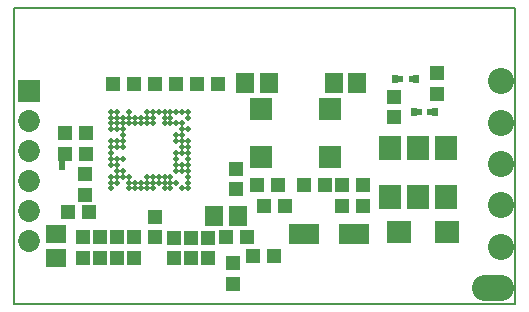
<source format=gts>
G75*
%MOIN*%
%OFA0B0*%
%FSLAX25Y25*%
%IPPOS*%
%LPD*%
%AMOC8*
5,1,8,0,0,1.08239X$1,22.5*
%
%ADD10C,0.00600*%
%ADD11R,0.01919X0.03748*%
%ADD12R,0.05236X0.03935*%
%ADD13C,0.01942*%
%ADD14R,0.04934X0.05052*%
%ADD15R,0.07099X0.05918*%
%ADD16R,0.05052X0.04934*%
%ADD17R,0.05918X0.07099*%
%ADD18R,0.07699X0.07206*%
%ADD19R,0.09973X0.06942*%
%ADD20R,0.02178X0.02178*%
%ADD21R,0.01476X0.01378*%
%ADD22R,0.01969X0.03150*%
%ADD23R,0.01378X0.01378*%
%ADD24R,0.07493X0.07887*%
%ADD25R,0.07887X0.07493*%
%ADD26C,0.08674*%
%ADD27C,0.07296*%
%ADD28R,0.07296X0.07296*%
D10*
X0004069Y0007764D02*
X0004069Y0106189D01*
X0171392Y0106189D01*
X0171392Y0007764D01*
X0004069Y0007764D01*
D11*
X0020151Y0053837D03*
D12*
X0163959Y0015379D03*
X0163959Y0010660D03*
D13*
X0062277Y0046173D03*
X0060308Y0046173D03*
X0058340Y0048141D03*
X0056371Y0048141D03*
X0054403Y0048141D03*
X0052434Y0048141D03*
X0050466Y0048141D03*
X0048497Y0048141D03*
X0046529Y0048141D03*
X0044560Y0048141D03*
X0042592Y0048141D03*
X0042592Y0046173D03*
X0044560Y0046173D03*
X0046529Y0046173D03*
X0048497Y0046173D03*
X0050466Y0046173D03*
X0054403Y0046173D03*
X0056371Y0046173D03*
X0062277Y0048141D03*
X0062277Y0050110D03*
X0062277Y0052078D03*
X0062277Y0054047D03*
X0060308Y0054047D03*
X0058340Y0054047D03*
X0058340Y0052078D03*
X0060308Y0052078D03*
X0056371Y0050110D03*
X0054403Y0050110D03*
X0052434Y0050110D03*
X0050466Y0050110D03*
X0048497Y0050110D03*
X0042592Y0050110D03*
X0040623Y0050110D03*
X0038655Y0050110D03*
X0036686Y0050110D03*
X0036686Y0048141D03*
X0038655Y0048141D03*
X0036686Y0046173D03*
X0038655Y0052078D03*
X0040623Y0052078D03*
X0038655Y0054047D03*
X0036686Y0054047D03*
X0036686Y0056015D03*
X0038655Y0056015D03*
X0040623Y0056015D03*
X0036686Y0057984D03*
X0036686Y0059952D03*
X0036686Y0061921D03*
X0038655Y0061921D03*
X0040623Y0061921D03*
X0040623Y0059952D03*
X0038655Y0059952D03*
X0040623Y0063889D03*
X0040623Y0065858D03*
X0038655Y0065858D03*
X0036686Y0065858D03*
X0036686Y0067826D03*
X0038655Y0067826D03*
X0040623Y0067826D03*
X0042592Y0067826D03*
X0044560Y0067826D03*
X0046529Y0067826D03*
X0048497Y0067826D03*
X0050466Y0067826D03*
X0054403Y0067826D03*
X0056371Y0067826D03*
X0058340Y0067826D03*
X0060308Y0067826D03*
X0060308Y0065858D03*
X0062277Y0065858D03*
X0060308Y0063889D03*
X0058340Y0063889D03*
X0058340Y0061921D03*
X0060308Y0061921D03*
X0062277Y0061921D03*
X0062277Y0059952D03*
X0060308Y0059952D03*
X0060308Y0057984D03*
X0058340Y0057984D03*
X0058340Y0056015D03*
X0062277Y0056015D03*
X0062277Y0057984D03*
X0062277Y0069795D03*
X0062277Y0071763D03*
X0060308Y0071763D03*
X0058340Y0071763D03*
X0056371Y0071763D03*
X0054403Y0071763D03*
X0054403Y0069795D03*
X0056371Y0069795D03*
X0052434Y0071763D03*
X0050466Y0071763D03*
X0050466Y0069795D03*
X0048497Y0069795D03*
X0048497Y0071763D03*
X0046529Y0069795D03*
X0044560Y0069795D03*
X0042592Y0069795D03*
X0042592Y0071763D03*
X0040623Y0069795D03*
X0038655Y0069795D03*
X0038655Y0071763D03*
X0036686Y0071763D03*
X0036686Y0069795D03*
D14*
X0028149Y0064545D03*
X0021259Y0064545D03*
X0021259Y0057615D03*
X0028149Y0057615D03*
X0029210Y0038434D03*
X0022320Y0038434D03*
X0074995Y0030105D03*
X0081885Y0030105D03*
X0083886Y0023493D03*
X0090775Y0023493D03*
X0087594Y0040342D03*
X0094484Y0040342D03*
X0092121Y0047428D03*
X0085232Y0047428D03*
X0101038Y0047428D03*
X0107927Y0047428D03*
X0113578Y0047428D03*
X0120468Y0047428D03*
X0120468Y0040342D03*
X0113578Y0040342D03*
X0072157Y0080860D03*
X0065267Y0080860D03*
X0058287Y0080860D03*
X0051397Y0080860D03*
X0044183Y0080860D03*
X0037293Y0080860D03*
D15*
X0018386Y0030848D03*
X0018386Y0022974D03*
D16*
X0027213Y0022942D03*
X0032912Y0022942D03*
X0038557Y0022942D03*
X0044255Y0022942D03*
X0044255Y0029832D03*
X0038557Y0029832D03*
X0032912Y0029832D03*
X0027213Y0029832D03*
X0051078Y0029837D03*
X0057535Y0029756D03*
X0063233Y0029756D03*
X0068879Y0029756D03*
X0068879Y0022866D03*
X0063233Y0022866D03*
X0057535Y0022866D03*
X0077237Y0021168D03*
X0077237Y0014279D03*
X0051078Y0036727D03*
X0028007Y0043975D03*
X0028007Y0050865D03*
X0078083Y0052713D03*
X0078083Y0045824D03*
X0131000Y0069919D03*
X0131000Y0076808D03*
X0145173Y0077793D03*
X0145173Y0084682D03*
D17*
X0118652Y0081287D03*
X0110778Y0081287D03*
X0089174Y0081297D03*
X0081300Y0081297D03*
X0078840Y0037121D03*
X0070966Y0037121D03*
D18*
X0086441Y0056676D03*
X0109671Y0056676D03*
X0109671Y0072505D03*
X0086441Y0072711D03*
D19*
X0100870Y0031076D03*
X0117721Y0031076D03*
D20*
X0139127Y0071527D03*
X0143064Y0071527D03*
X0136765Y0082551D03*
X0132828Y0082551D03*
D21*
X0136814Y0082551D03*
X0143113Y0071527D03*
D22*
X0144541Y0071527D03*
X0137651Y0071527D03*
X0138241Y0082551D03*
X0131352Y0082551D03*
D23*
X0132828Y0082551D03*
X0139127Y0071527D03*
D24*
X0138869Y0059557D03*
X0129420Y0059557D03*
X0148318Y0059557D03*
X0148318Y0043415D03*
X0138869Y0043415D03*
X0129420Y0043415D03*
D25*
X0132570Y0031516D03*
X0148712Y0031516D03*
D26*
X0166507Y0026780D03*
X0166507Y0040559D03*
X0166507Y0054339D03*
X0166507Y0068118D03*
X0166507Y0081898D03*
X0166507Y0013000D03*
X0161389Y0013000D03*
D27*
X0009367Y0028698D03*
X0009367Y0038698D03*
X0009367Y0048698D03*
X0009367Y0058698D03*
X0009367Y0068698D03*
D28*
X0009367Y0078698D03*
M02*

</source>
